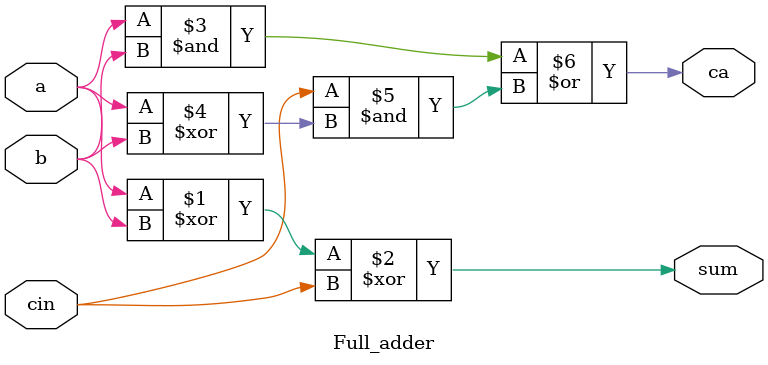
<source format=v>
module Full_adder (a,b,cin,sum, ca);
input a, b, cin;
output sum, ca;
	assign sum = a ^ b ^ cin;
	assign ca  = a&b | cin&(a ^ b);
endmodule
</source>
